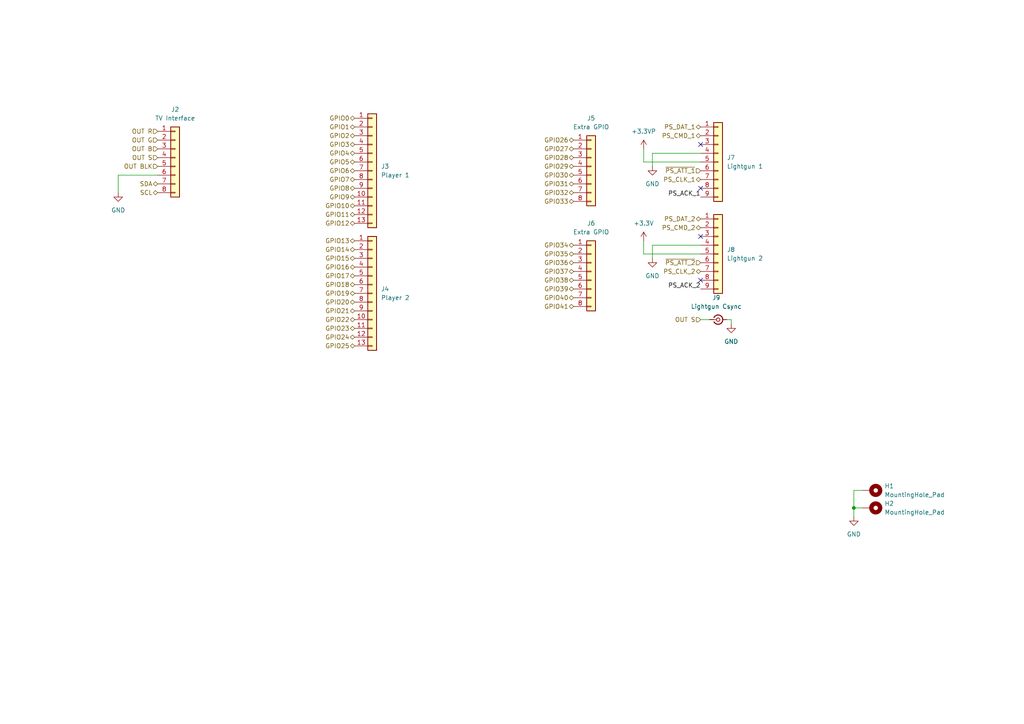
<source format=kicad_sch>
(kicad_sch
	(version 20231120)
	(generator "eeschema")
	(generator_version "8.0")
	(uuid "ddd51423-5d63-4b53-8c15-380412140c42")
	(paper "A4")
	(lib_symbols
		(symbol "Connector:Conn_Coaxial_Small"
			(pin_numbers hide)
			(pin_names
				(offset 1.016) hide)
			(exclude_from_sim no)
			(in_bom yes)
			(on_board yes)
			(property "Reference" "J"
				(at 0.254 3.048 0)
				(effects
					(font
						(size 1.27 1.27)
					)
				)
			)
			(property "Value" "Conn_Coaxial_Small"
				(at 0 -3.81 0)
				(effects
					(font
						(size 1.27 1.27)
					)
				)
			)
			(property "Footprint" ""
				(at 0 0 0)
				(effects
					(font
						(size 1.27 1.27)
					)
					(hide yes)
				)
			)
			(property "Datasheet" " ~"
				(at 0 0 0)
				(effects
					(font
						(size 1.27 1.27)
					)
					(hide yes)
				)
			)
			(property "Description" "small coaxial connector (BNC, SMA, SMB, SMC, Cinch/RCA, LEMO, ...)"
				(at 0 0 0)
				(effects
					(font
						(size 1.27 1.27)
					)
					(hide yes)
				)
			)
			(property "ki_keywords" "BNC SMA SMB SMC LEMO coaxial connector CINCH RCA MCX MMCX U.FL UMRF"
				(at 0 0 0)
				(effects
					(font
						(size 1.27 1.27)
					)
					(hide yes)
				)
			)
			(property "ki_fp_filters" "*BNC* *SMA* *SMB* *SMC* *Cinch* *LEMO* *UMRF* *MCX* *U.FL*"
				(at 0 0 0)
				(effects
					(font
						(size 1.27 1.27)
					)
					(hide yes)
				)
			)
			(symbol "Conn_Coaxial_Small_0_1"
				(polyline
					(pts
						(xy -2.54 0) (xy -0.508 0)
					)
					(stroke
						(width 0)
						(type default)
					)
					(fill
						(type none)
					)
				)
				(circle
					(center 0 0)
					(radius 0.508)
					(stroke
						(width 0.2032)
						(type default)
					)
					(fill
						(type none)
					)
				)
			)
			(symbol "Conn_Coaxial_Small_1_1"
				(arc
					(start -1.1916 -0.6311)
					(mid 0.327 -1.3081)
					(end 1.3484 0.0039)
					(stroke
						(width 0.3048)
						(type default)
					)
					(fill
						(type none)
					)
				)
				(arc
					(start 1.3484 -0.0039)
					(mid 0.327 1.3081)
					(end -1.1916 0.6311)
					(stroke
						(width 0.3048)
						(type default)
					)
					(fill
						(type none)
					)
				)
				(pin passive line
					(at -2.54 0 0)
					(length 1.27)
					(name "In"
						(effects
							(font
								(size 1.27 1.27)
							)
						)
					)
					(number "1"
						(effects
							(font
								(size 1.27 1.27)
							)
						)
					)
				)
				(pin passive line
					(at 2.54 0 180)
					(length 1.27)
					(name "Ext"
						(effects
							(font
								(size 1.27 1.27)
							)
						)
					)
					(number "2"
						(effects
							(font
								(size 1.27 1.27)
							)
						)
					)
				)
			)
		)
		(symbol "Connector_Generic:Conn_01x08"
			(pin_names
				(offset 1.016) hide)
			(exclude_from_sim no)
			(in_bom yes)
			(on_board yes)
			(property "Reference" "J"
				(at 0 10.16 0)
				(effects
					(font
						(size 1.27 1.27)
					)
				)
			)
			(property "Value" "Conn_01x08"
				(at 0 -12.7 0)
				(effects
					(font
						(size 1.27 1.27)
					)
				)
			)
			(property "Footprint" ""
				(at 0 0 0)
				(effects
					(font
						(size 1.27 1.27)
					)
					(hide yes)
				)
			)
			(property "Datasheet" "~"
				(at 0 0 0)
				(effects
					(font
						(size 1.27 1.27)
					)
					(hide yes)
				)
			)
			(property "Description" "Generic connector, single row, 01x08, script generated (kicad-library-utils/schlib/autogen/connector/)"
				(at 0 0 0)
				(effects
					(font
						(size 1.27 1.27)
					)
					(hide yes)
				)
			)
			(property "ki_keywords" "connector"
				(at 0 0 0)
				(effects
					(font
						(size 1.27 1.27)
					)
					(hide yes)
				)
			)
			(property "ki_fp_filters" "Connector*:*_1x??_*"
				(at 0 0 0)
				(effects
					(font
						(size 1.27 1.27)
					)
					(hide yes)
				)
			)
			(symbol "Conn_01x08_1_1"
				(rectangle
					(start -1.27 -10.033)
					(end 0 -10.287)
					(stroke
						(width 0.1524)
						(type default)
					)
					(fill
						(type none)
					)
				)
				(rectangle
					(start -1.27 -7.493)
					(end 0 -7.747)
					(stroke
						(width 0.1524)
						(type default)
					)
					(fill
						(type none)
					)
				)
				(rectangle
					(start -1.27 -4.953)
					(end 0 -5.207)
					(stroke
						(width 0.1524)
						(type default)
					)
					(fill
						(type none)
					)
				)
				(rectangle
					(start -1.27 -2.413)
					(end 0 -2.667)
					(stroke
						(width 0.1524)
						(type default)
					)
					(fill
						(type none)
					)
				)
				(rectangle
					(start -1.27 0.127)
					(end 0 -0.127)
					(stroke
						(width 0.1524)
						(type default)
					)
					(fill
						(type none)
					)
				)
				(rectangle
					(start -1.27 2.667)
					(end 0 2.413)
					(stroke
						(width 0.1524)
						(type default)
					)
					(fill
						(type none)
					)
				)
				(rectangle
					(start -1.27 5.207)
					(end 0 4.953)
					(stroke
						(width 0.1524)
						(type default)
					)
					(fill
						(type none)
					)
				)
				(rectangle
					(start -1.27 7.747)
					(end 0 7.493)
					(stroke
						(width 0.1524)
						(type default)
					)
					(fill
						(type none)
					)
				)
				(rectangle
					(start -1.27 8.89)
					(end 1.27 -11.43)
					(stroke
						(width 0.254)
						(type default)
					)
					(fill
						(type background)
					)
				)
				(pin passive line
					(at -5.08 7.62 0)
					(length 3.81)
					(name "Pin_1"
						(effects
							(font
								(size 1.27 1.27)
							)
						)
					)
					(number "1"
						(effects
							(font
								(size 1.27 1.27)
							)
						)
					)
				)
				(pin passive line
					(at -5.08 5.08 0)
					(length 3.81)
					(name "Pin_2"
						(effects
							(font
								(size 1.27 1.27)
							)
						)
					)
					(number "2"
						(effects
							(font
								(size 1.27 1.27)
							)
						)
					)
				)
				(pin passive line
					(at -5.08 2.54 0)
					(length 3.81)
					(name "Pin_3"
						(effects
							(font
								(size 1.27 1.27)
							)
						)
					)
					(number "3"
						(effects
							(font
								(size 1.27 1.27)
							)
						)
					)
				)
				(pin passive line
					(at -5.08 0 0)
					(length 3.81)
					(name "Pin_4"
						(effects
							(font
								(size 1.27 1.27)
							)
						)
					)
					(number "4"
						(effects
							(font
								(size 1.27 1.27)
							)
						)
					)
				)
				(pin passive line
					(at -5.08 -2.54 0)
					(length 3.81)
					(name "Pin_5"
						(effects
							(font
								(size 1.27 1.27)
							)
						)
					)
					(number "5"
						(effects
							(font
								(size 1.27 1.27)
							)
						)
					)
				)
				(pin passive line
					(at -5.08 -5.08 0)
					(length 3.81)
					(name "Pin_6"
						(effects
							(font
								(size 1.27 1.27)
							)
						)
					)
					(number "6"
						(effects
							(font
								(size 1.27 1.27)
							)
						)
					)
				)
				(pin passive line
					(at -5.08 -7.62 0)
					(length 3.81)
					(name "Pin_7"
						(effects
							(font
								(size 1.27 1.27)
							)
						)
					)
					(number "7"
						(effects
							(font
								(size 1.27 1.27)
							)
						)
					)
				)
				(pin passive line
					(at -5.08 -10.16 0)
					(length 3.81)
					(name "Pin_8"
						(effects
							(font
								(size 1.27 1.27)
							)
						)
					)
					(number "8"
						(effects
							(font
								(size 1.27 1.27)
							)
						)
					)
				)
			)
		)
		(symbol "Connector_Generic:Conn_01x09"
			(pin_names
				(offset 1.016) hide)
			(exclude_from_sim no)
			(in_bom yes)
			(on_board yes)
			(property "Reference" "J"
				(at 0 12.7 0)
				(effects
					(font
						(size 1.27 1.27)
					)
				)
			)
			(property "Value" "Conn_01x09"
				(at 0 -12.7 0)
				(effects
					(font
						(size 1.27 1.27)
					)
				)
			)
			(property "Footprint" ""
				(at 0 0 0)
				(effects
					(font
						(size 1.27 1.27)
					)
					(hide yes)
				)
			)
			(property "Datasheet" "~"
				(at 0 0 0)
				(effects
					(font
						(size 1.27 1.27)
					)
					(hide yes)
				)
			)
			(property "Description" "Generic connector, single row, 01x09, script generated (kicad-library-utils/schlib/autogen/connector/)"
				(at 0 0 0)
				(effects
					(font
						(size 1.27 1.27)
					)
					(hide yes)
				)
			)
			(property "ki_keywords" "connector"
				(at 0 0 0)
				(effects
					(font
						(size 1.27 1.27)
					)
					(hide yes)
				)
			)
			(property "ki_fp_filters" "Connector*:*_1x??_*"
				(at 0 0 0)
				(effects
					(font
						(size 1.27 1.27)
					)
					(hide yes)
				)
			)
			(symbol "Conn_01x09_1_1"
				(rectangle
					(start -1.27 -10.033)
					(end 0 -10.287)
					(stroke
						(width 0.1524)
						(type default)
					)
					(fill
						(type none)
					)
				)
				(rectangle
					(start -1.27 -7.493)
					(end 0 -7.747)
					(stroke
						(width 0.1524)
						(type default)
					)
					(fill
						(type none)
					)
				)
				(rectangle
					(start -1.27 -4.953)
					(end 0 -5.207)
					(stroke
						(width 0.1524)
						(type default)
					)
					(fill
						(type none)
					)
				)
				(rectangle
					(start -1.27 -2.413)
					(end 0 -2.667)
					(stroke
						(width 0.1524)
						(type default)
					)
					(fill
						(type none)
					)
				)
				(rectangle
					(start -1.27 0.127)
					(end 0 -0.127)
					(stroke
						(width 0.1524)
						(type default)
					)
					(fill
						(type none)
					)
				)
				(rectangle
					(start -1.27 2.667)
					(end 0 2.413)
					(stroke
						(width 0.1524)
						(type default)
					)
					(fill
						(type none)
					)
				)
				(rectangle
					(start -1.27 5.207)
					(end 0 4.953)
					(stroke
						(width 0.1524)
						(type default)
					)
					(fill
						(type none)
					)
				)
				(rectangle
					(start -1.27 7.747)
					(end 0 7.493)
					(stroke
						(width 0.1524)
						(type default)
					)
					(fill
						(type none)
					)
				)
				(rectangle
					(start -1.27 10.287)
					(end 0 10.033)
					(stroke
						(width 0.1524)
						(type default)
					)
					(fill
						(type none)
					)
				)
				(rectangle
					(start -1.27 11.43)
					(end 1.27 -11.43)
					(stroke
						(width 0.254)
						(type default)
					)
					(fill
						(type background)
					)
				)
				(pin passive line
					(at -5.08 10.16 0)
					(length 3.81)
					(name "Pin_1"
						(effects
							(font
								(size 1.27 1.27)
							)
						)
					)
					(number "1"
						(effects
							(font
								(size 1.27 1.27)
							)
						)
					)
				)
				(pin passive line
					(at -5.08 7.62 0)
					(length 3.81)
					(name "Pin_2"
						(effects
							(font
								(size 1.27 1.27)
							)
						)
					)
					(number "2"
						(effects
							(font
								(size 1.27 1.27)
							)
						)
					)
				)
				(pin passive line
					(at -5.08 5.08 0)
					(length 3.81)
					(name "Pin_3"
						(effects
							(font
								(size 1.27 1.27)
							)
						)
					)
					(number "3"
						(effects
							(font
								(size 1.27 1.27)
							)
						)
					)
				)
				(pin passive line
					(at -5.08 2.54 0)
					(length 3.81)
					(name "Pin_4"
						(effects
							(font
								(size 1.27 1.27)
							)
						)
					)
					(number "4"
						(effects
							(font
								(size 1.27 1.27)
							)
						)
					)
				)
				(pin passive line
					(at -5.08 0 0)
					(length 3.81)
					(name "Pin_5"
						(effects
							(font
								(size 1.27 1.27)
							)
						)
					)
					(number "5"
						(effects
							(font
								(size 1.27 1.27)
							)
						)
					)
				)
				(pin passive line
					(at -5.08 -2.54 0)
					(length 3.81)
					(name "Pin_6"
						(effects
							(font
								(size 1.27 1.27)
							)
						)
					)
					(number "6"
						(effects
							(font
								(size 1.27 1.27)
							)
						)
					)
				)
				(pin passive line
					(at -5.08 -5.08 0)
					(length 3.81)
					(name "Pin_7"
						(effects
							(font
								(size 1.27 1.27)
							)
						)
					)
					(number "7"
						(effects
							(font
								(size 1.27 1.27)
							)
						)
					)
				)
				(pin passive line
					(at -5.08 -7.62 0)
					(length 3.81)
					(name "Pin_8"
						(effects
							(font
								(size 1.27 1.27)
							)
						)
					)
					(number "8"
						(effects
							(font
								(size 1.27 1.27)
							)
						)
					)
				)
				(pin passive line
					(at -5.08 -10.16 0)
					(length 3.81)
					(name "Pin_9"
						(effects
							(font
								(size 1.27 1.27)
							)
						)
					)
					(number "9"
						(effects
							(font
								(size 1.27 1.27)
							)
						)
					)
				)
			)
		)
		(symbol "Connector_Generic:Conn_01x13"
			(pin_names
				(offset 1.016) hide)
			(exclude_from_sim no)
			(in_bom yes)
			(on_board yes)
			(property "Reference" "J"
				(at 0 17.78 0)
				(effects
					(font
						(size 1.27 1.27)
					)
				)
			)
			(property "Value" "Conn_01x13"
				(at 0 -17.78 0)
				(effects
					(font
						(size 1.27 1.27)
					)
				)
			)
			(property "Footprint" ""
				(at 0 0 0)
				(effects
					(font
						(size 1.27 1.27)
					)
					(hide yes)
				)
			)
			(property "Datasheet" "~"
				(at 0 0 0)
				(effects
					(font
						(size 1.27 1.27)
					)
					(hide yes)
				)
			)
			(property "Description" "Generic connector, single row, 01x13, script generated (kicad-library-utils/schlib/autogen/connector/)"
				(at 0 0 0)
				(effects
					(font
						(size 1.27 1.27)
					)
					(hide yes)
				)
			)
			(property "ki_keywords" "connector"
				(at 0 0 0)
				(effects
					(font
						(size 1.27 1.27)
					)
					(hide yes)
				)
			)
			(property "ki_fp_filters" "Connector*:*_1x??_*"
				(at 0 0 0)
				(effects
					(font
						(size 1.27 1.27)
					)
					(hide yes)
				)
			)
			(symbol "Conn_01x13_1_1"
				(rectangle
					(start -1.27 -15.113)
					(end 0 -15.367)
					(stroke
						(width 0.1524)
						(type default)
					)
					(fill
						(type none)
					)
				)
				(rectangle
					(start -1.27 -12.573)
					(end 0 -12.827)
					(stroke
						(width 0.1524)
						(type default)
					)
					(fill
						(type none)
					)
				)
				(rectangle
					(start -1.27 -10.033)
					(end 0 -10.287)
					(stroke
						(width 0.1524)
						(type default)
					)
					(fill
						(type none)
					)
				)
				(rectangle
					(start -1.27 -7.493)
					(end 0 -7.747)
					(stroke
						(width 0.1524)
						(type default)
					)
					(fill
						(type none)
					)
				)
				(rectangle
					(start -1.27 -4.953)
					(end 0 -5.207)
					(stroke
						(width 0.1524)
						(type default)
					)
					(fill
						(type none)
					)
				)
				(rectangle
					(start -1.27 -2.413)
					(end 0 -2.667)
					(stroke
						(width 0.1524)
						(type default)
					)
					(fill
						(type none)
					)
				)
				(rectangle
					(start -1.27 0.127)
					(end 0 -0.127)
					(stroke
						(width 0.1524)
						(type default)
					)
					(fill
						(type none)
					)
				)
				(rectangle
					(start -1.27 2.667)
					(end 0 2.413)
					(stroke
						(width 0.1524)
						(type default)
					)
					(fill
						(type none)
					)
				)
				(rectangle
					(start -1.27 5.207)
					(end 0 4.953)
					(stroke
						(width 0.1524)
						(type default)
					)
					(fill
						(type none)
					)
				)
				(rectangle
					(start -1.27 7.747)
					(end 0 7.493)
					(stroke
						(width 0.1524)
						(type default)
					)
					(fill
						(type none)
					)
				)
				(rectangle
					(start -1.27 10.287)
					(end 0 10.033)
					(stroke
						(width 0.1524)
						(type default)
					)
					(fill
						(type none)
					)
				)
				(rectangle
					(start -1.27 12.827)
					(end 0 12.573)
					(stroke
						(width 0.1524)
						(type default)
					)
					(fill
						(type none)
					)
				)
				(rectangle
					(start -1.27 15.367)
					(end 0 15.113)
					(stroke
						(width 0.1524)
						(type default)
					)
					(fill
						(type none)
					)
				)
				(rectangle
					(start -1.27 16.51)
					(end 1.27 -16.51)
					(stroke
						(width 0.254)
						(type default)
					)
					(fill
						(type background)
					)
				)
				(pin passive line
					(at -5.08 15.24 0)
					(length 3.81)
					(name "Pin_1"
						(effects
							(font
								(size 1.27 1.27)
							)
						)
					)
					(number "1"
						(effects
							(font
								(size 1.27 1.27)
							)
						)
					)
				)
				(pin passive line
					(at -5.08 -7.62 0)
					(length 3.81)
					(name "Pin_10"
						(effects
							(font
								(size 1.27 1.27)
							)
						)
					)
					(number "10"
						(effects
							(font
								(size 1.27 1.27)
							)
						)
					)
				)
				(pin passive line
					(at -5.08 -10.16 0)
					(length 3.81)
					(name "Pin_11"
						(effects
							(font
								(size 1.27 1.27)
							)
						)
					)
					(number "11"
						(effects
							(font
								(size 1.27 1.27)
							)
						)
					)
				)
				(pin passive line
					(at -5.08 -12.7 0)
					(length 3.81)
					(name "Pin_12"
						(effects
							(font
								(size 1.27 1.27)
							)
						)
					)
					(number "12"
						(effects
							(font
								(size 1.27 1.27)
							)
						)
					)
				)
				(pin passive line
					(at -5.08 -15.24 0)
					(length 3.81)
					(name "Pin_13"
						(effects
							(font
								(size 1.27 1.27)
							)
						)
					)
					(number "13"
						(effects
							(font
								(size 1.27 1.27)
							)
						)
					)
				)
				(pin passive line
					(at -5.08 12.7 0)
					(length 3.81)
					(name "Pin_2"
						(effects
							(font
								(size 1.27 1.27)
							)
						)
					)
					(number "2"
						(effects
							(font
								(size 1.27 1.27)
							)
						)
					)
				)
				(pin passive line
					(at -5.08 10.16 0)
					(length 3.81)
					(name "Pin_3"
						(effects
							(font
								(size 1.27 1.27)
							)
						)
					)
					(number "3"
						(effects
							(font
								(size 1.27 1.27)
							)
						)
					)
				)
				(pin passive line
					(at -5.08 7.62 0)
					(length 3.81)
					(name "Pin_4"
						(effects
							(font
								(size 1.27 1.27)
							)
						)
					)
					(number "4"
						(effects
							(font
								(size 1.27 1.27)
							)
						)
					)
				)
				(pin passive line
					(at -5.08 5.08 0)
					(length 3.81)
					(name "Pin_5"
						(effects
							(font
								(size 1.27 1.27)
							)
						)
					)
					(number "5"
						(effects
							(font
								(size 1.27 1.27)
							)
						)
					)
				)
				(pin passive line
					(at -5.08 2.54 0)
					(length 3.81)
					(name "Pin_6"
						(effects
							(font
								(size 1.27 1.27)
							)
						)
					)
					(number "6"
						(effects
							(font
								(size 1.27 1.27)
							)
						)
					)
				)
				(pin passive line
					(at -5.08 0 0)
					(length 3.81)
					(name "Pin_7"
						(effects
							(font
								(size 1.27 1.27)
							)
						)
					)
					(number "7"
						(effects
							(font
								(size 1.27 1.27)
							)
						)
					)
				)
				(pin passive line
					(at -5.08 -2.54 0)
					(length 3.81)
					(name "Pin_8"
						(effects
							(font
								(size 1.27 1.27)
							)
						)
					)
					(number "8"
						(effects
							(font
								(size 1.27 1.27)
							)
						)
					)
				)
				(pin passive line
					(at -5.08 -5.08 0)
					(length 3.81)
					(name "Pin_9"
						(effects
							(font
								(size 1.27 1.27)
							)
						)
					)
					(number "9"
						(effects
							(font
								(size 1.27 1.27)
							)
						)
					)
				)
			)
		)
		(symbol "Mechanical:MountingHole_Pad"
			(pin_numbers hide)
			(pin_names
				(offset 1.016) hide)
			(exclude_from_sim yes)
			(in_bom no)
			(on_board yes)
			(property "Reference" "H"
				(at 0 6.35 0)
				(effects
					(font
						(size 1.27 1.27)
					)
				)
			)
			(property "Value" "MountingHole_Pad"
				(at 0 4.445 0)
				(effects
					(font
						(size 1.27 1.27)
					)
				)
			)
			(property "Footprint" ""
				(at 0 0 0)
				(effects
					(font
						(size 1.27 1.27)
					)
					(hide yes)
				)
			)
			(property "Datasheet" "~"
				(at 0 0 0)
				(effects
					(font
						(size 1.27 1.27)
					)
					(hide yes)
				)
			)
			(property "Description" "Mounting Hole with connection"
				(at 0 0 0)
				(effects
					(font
						(size 1.27 1.27)
					)
					(hide yes)
				)
			)
			(property "ki_keywords" "mounting hole"
				(at 0 0 0)
				(effects
					(font
						(size 1.27 1.27)
					)
					(hide yes)
				)
			)
			(property "ki_fp_filters" "MountingHole*Pad*"
				(at 0 0 0)
				(effects
					(font
						(size 1.27 1.27)
					)
					(hide yes)
				)
			)
			(symbol "MountingHole_Pad_0_1"
				(circle
					(center 0 1.27)
					(radius 1.27)
					(stroke
						(width 1.27)
						(type default)
					)
					(fill
						(type none)
					)
				)
			)
			(symbol "MountingHole_Pad_1_1"
				(pin input line
					(at 0 -2.54 90)
					(length 2.54)
					(name "1"
						(effects
							(font
								(size 1.27 1.27)
							)
						)
					)
					(number "1"
						(effects
							(font
								(size 1.27 1.27)
							)
						)
					)
				)
			)
		)
		(symbol "power:+3.3V"
			(power)
			(pin_numbers hide)
			(pin_names
				(offset 0) hide)
			(exclude_from_sim no)
			(in_bom yes)
			(on_board yes)
			(property "Reference" "#PWR"
				(at 0 -3.81 0)
				(effects
					(font
						(size 1.27 1.27)
					)
					(hide yes)
				)
			)
			(property "Value" "+3.3V"
				(at 0 3.556 0)
				(effects
					(font
						(size 1.27 1.27)
					)
				)
			)
			(property "Footprint" ""
				(at 0 0 0)
				(effects
					(font
						(size 1.27 1.27)
					)
					(hide yes)
				)
			)
			(property "Datasheet" ""
				(at 0 0 0)
				(effects
					(font
						(size 1.27 1.27)
					)
					(hide yes)
				)
			)
			(property "Description" "Power symbol creates a global label with name \"+3.3V\""
				(at 0 0 0)
				(effects
					(font
						(size 1.27 1.27)
					)
					(hide yes)
				)
			)
			(property "ki_keywords" "global power"
				(at 0 0 0)
				(effects
					(font
						(size 1.27 1.27)
					)
					(hide yes)
				)
			)
			(symbol "+3.3V_0_1"
				(polyline
					(pts
						(xy -0.762 1.27) (xy 0 2.54)
					)
					(stroke
						(width 0)
						(type default)
					)
					(fill
						(type none)
					)
				)
				(polyline
					(pts
						(xy 0 0) (xy 0 2.54)
					)
					(stroke
						(width 0)
						(type default)
					)
					(fill
						(type none)
					)
				)
				(polyline
					(pts
						(xy 0 2.54) (xy 0.762 1.27)
					)
					(stroke
						(width 0)
						(type default)
					)
					(fill
						(type none)
					)
				)
			)
			(symbol "+3.3V_1_1"
				(pin power_in line
					(at 0 0 90)
					(length 0)
					(name "~"
						(effects
							(font
								(size 1.27 1.27)
							)
						)
					)
					(number "1"
						(effects
							(font
								(size 1.27 1.27)
							)
						)
					)
				)
			)
		)
		(symbol "power:+3.3VP"
			(power)
			(pin_numbers hide)
			(pin_names
				(offset 0) hide)
			(exclude_from_sim no)
			(in_bom yes)
			(on_board yes)
			(property "Reference" "#PWR"
				(at 3.81 -1.27 0)
				(effects
					(font
						(size 1.27 1.27)
					)
					(hide yes)
				)
			)
			(property "Value" "+3.3VP"
				(at 0 3.556 0)
				(effects
					(font
						(size 1.27 1.27)
					)
				)
			)
			(property "Footprint" ""
				(at 0 0 0)
				(effects
					(font
						(size 1.27 1.27)
					)
					(hide yes)
				)
			)
			(property "Datasheet" ""
				(at 0 0 0)
				(effects
					(font
						(size 1.27 1.27)
					)
					(hide yes)
				)
			)
			(property "Description" "Power symbol creates a global label with name \"+3.3VP\""
				(at 0 0 0)
				(effects
					(font
						(size 1.27 1.27)
					)
					(hide yes)
				)
			)
			(property "ki_keywords" "global power"
				(at 0 0 0)
				(effects
					(font
						(size 1.27 1.27)
					)
					(hide yes)
				)
			)
			(symbol "+3.3VP_0_0"
				(pin power_in line
					(at 0 0 90)
					(length 0)
					(name "~"
						(effects
							(font
								(size 1.27 1.27)
							)
						)
					)
					(number "1"
						(effects
							(font
								(size 1.27 1.27)
							)
						)
					)
				)
			)
			(symbol "+3.3VP_0_1"
				(polyline
					(pts
						(xy -0.762 1.27) (xy 0 2.54)
					)
					(stroke
						(width 0)
						(type default)
					)
					(fill
						(type none)
					)
				)
				(polyline
					(pts
						(xy 0 0) (xy 0 2.54)
					)
					(stroke
						(width 0)
						(type default)
					)
					(fill
						(type none)
					)
				)
				(polyline
					(pts
						(xy 0 2.54) (xy 0.762 1.27)
					)
					(stroke
						(width 0)
						(type default)
					)
					(fill
						(type none)
					)
				)
			)
		)
		(symbol "power:GND"
			(power)
			(pin_numbers hide)
			(pin_names
				(offset 0) hide)
			(exclude_from_sim no)
			(in_bom yes)
			(on_board yes)
			(property "Reference" "#PWR"
				(at 0 -6.35 0)
				(effects
					(font
						(size 1.27 1.27)
					)
					(hide yes)
				)
			)
			(property "Value" "GND"
				(at 0 -3.81 0)
				(effects
					(font
						(size 1.27 1.27)
					)
				)
			)
			(property "Footprint" ""
				(at 0 0 0)
				(effects
					(font
						(size 1.27 1.27)
					)
					(hide yes)
				)
			)
			(property "Datasheet" ""
				(at 0 0 0)
				(effects
					(font
						(size 1.27 1.27)
					)
					(hide yes)
				)
			)
			(property "Description" "Power symbol creates a global label with name \"GND\" , ground"
				(at 0 0 0)
				(effects
					(font
						(size 1.27 1.27)
					)
					(hide yes)
				)
			)
			(property "ki_keywords" "global power"
				(at 0 0 0)
				(effects
					(font
						(size 1.27 1.27)
					)
					(hide yes)
				)
			)
			(symbol "GND_0_1"
				(polyline
					(pts
						(xy 0 0) (xy 0 -1.27) (xy 1.27 -1.27) (xy 0 -2.54) (xy -1.27 -1.27) (xy 0 -1.27)
					)
					(stroke
						(width 0)
						(type default)
					)
					(fill
						(type none)
					)
				)
			)
			(symbol "GND_1_1"
				(pin power_in line
					(at 0 0 270)
					(length 0)
					(name "~"
						(effects
							(font
								(size 1.27 1.27)
							)
						)
					)
					(number "1"
						(effects
							(font
								(size 1.27 1.27)
							)
						)
					)
				)
			)
		)
	)
	(junction
		(at 247.65 147.32)
		(diameter 0)
		(color 0 0 0 0)
		(uuid "454af1cc-fd87-4ac4-ae41-94abd266f51a")
	)
	(no_connect
		(at 203.2 81.28)
		(uuid "17fcde1f-ed22-4a00-9628-b7db8f3c4098")
	)
	(no_connect
		(at 203.2 54.61)
		(uuid "8c062093-9ff5-4064-bceb-f1670a7c88a0")
	)
	(no_connect
		(at 203.2 68.58)
		(uuid "b8263a13-428d-4dff-b30d-a98b4bfc4f7f")
	)
	(no_connect
		(at 203.2 41.91)
		(uuid "f0f74e44-d9ba-43c5-848c-4abb571afe4d")
	)
	(wire
		(pts
			(xy 203.2 73.66) (xy 186.69 73.66)
		)
		(stroke
			(width 0)
			(type default)
		)
		(uuid "0527d00c-7ca8-482b-a8cc-8a032a695e97")
	)
	(wire
		(pts
			(xy 186.69 73.66) (xy 186.69 69.85)
		)
		(stroke
			(width 0)
			(type default)
		)
		(uuid "14d5ade9-e4bb-49ea-a11d-d420f147c2c3")
	)
	(wire
		(pts
			(xy 247.65 149.86) (xy 247.65 147.32)
		)
		(stroke
			(width 0)
			(type default)
		)
		(uuid "3cdedbed-cdc8-4c2c-af4f-982a2cefd244")
	)
	(wire
		(pts
			(xy 212.09 92.71) (xy 212.09 93.98)
		)
		(stroke
			(width 0)
			(type default)
		)
		(uuid "52452693-0d16-4ba4-8fba-c9c15606b279")
	)
	(wire
		(pts
			(xy 247.65 147.32) (xy 247.65 142.24)
		)
		(stroke
			(width 0)
			(type default)
		)
		(uuid "5df13f82-4ef5-4b2d-aae9-9ea8f1e88aa9")
	)
	(wire
		(pts
			(xy 34.29 50.8) (xy 45.72 50.8)
		)
		(stroke
			(width 0)
			(type default)
		)
		(uuid "77e65bdd-aa87-498d-8565-cc98d63f79aa")
	)
	(wire
		(pts
			(xy 203.2 44.45) (xy 189.23 44.45)
		)
		(stroke
			(width 0)
			(type default)
		)
		(uuid "7c8e5d06-74f0-419d-b39c-7ea6acbc9fee")
	)
	(wire
		(pts
			(xy 247.65 147.32) (xy 250.19 147.32)
		)
		(stroke
			(width 0)
			(type default)
		)
		(uuid "82481145-d3f1-4e46-81ac-62f5d1002ebc")
	)
	(wire
		(pts
			(xy 34.29 55.88) (xy 34.29 50.8)
		)
		(stroke
			(width 0)
			(type default)
		)
		(uuid "9bc52f62-a6c3-4a3a-9d06-87e7e1a77bf4")
	)
	(wire
		(pts
			(xy 247.65 142.24) (xy 250.19 142.24)
		)
		(stroke
			(width 0)
			(type default)
		)
		(uuid "bdf09e32-9008-49ba-aac1-cc27d3da793d")
	)
	(wire
		(pts
			(xy 203.2 46.99) (xy 186.69 46.99)
		)
		(stroke
			(width 0)
			(type default)
		)
		(uuid "ca143862-6042-4683-a2de-2538eca17f34")
	)
	(wire
		(pts
			(xy 203.2 71.12) (xy 189.23 71.12)
		)
		(stroke
			(width 0)
			(type default)
		)
		(uuid "cece0716-a4e6-4cb7-9210-ea7120aee7e2")
	)
	(wire
		(pts
			(xy 186.69 46.99) (xy 186.69 43.18)
		)
		(stroke
			(width 0)
			(type default)
		)
		(uuid "e5146f47-a97a-431a-8870-d0bd2e1cfe33")
	)
	(wire
		(pts
			(xy 189.23 71.12) (xy 189.23 74.93)
		)
		(stroke
			(width 0)
			(type default)
		)
		(uuid "e65b27bd-4e72-40c3-ba98-f23c243b5bd2")
	)
	(wire
		(pts
			(xy 189.23 44.45) (xy 189.23 48.26)
		)
		(stroke
			(width 0)
			(type default)
		)
		(uuid "e925d932-38f8-44fd-8e12-8ed05e7ef36d")
	)
	(wire
		(pts
			(xy 210.82 92.71) (xy 212.09 92.71)
		)
		(stroke
			(width 0)
			(type default)
		)
		(uuid "f1f3b153-4240-46d2-bcd1-b38ee563f3fd")
	)
	(wire
		(pts
			(xy 203.2 92.71) (xy 205.74 92.71)
		)
		(stroke
			(width 0)
			(type default)
		)
		(uuid "fcf77ee4-26d9-433b-8527-56b7328b4af3")
	)
	(label "PS_ACK_1"
		(at 203.2 57.15 180)
		(fields_autoplaced yes)
		(effects
			(font
				(size 1.27 1.27)
			)
			(justify right bottom)
		)
		(uuid "23f432e5-2bca-4487-acf5-6c4b85cc404e")
	)
	(label "PS_ACK_2"
		(at 203.2 83.82 180)
		(fields_autoplaced yes)
		(effects
			(font
				(size 1.27 1.27)
			)
			(justify right bottom)
		)
		(uuid "7e3f7161-7c30-465a-9844-3dd43f81389f")
	)
	(hierarchical_label "GPIO24"
		(shape bidirectional)
		(at 102.87 97.79 180)
		(fields_autoplaced yes)
		(effects
			(font
				(size 1.27 1.27)
			)
			(justify right)
		)
		(uuid "05bc2f57-2d5f-47ac-b8d1-a1bacbbbe682")
	)
	(hierarchical_label "GPIO8"
		(shape bidirectional)
		(at 102.87 54.61 180)
		(fields_autoplaced yes)
		(effects
			(font
				(size 1.27 1.27)
			)
			(justify right)
		)
		(uuid "0fc6308e-f6f0-43bd-8f97-e6d8e8ea9ee8")
	)
	(hierarchical_label "PS_CLK_2"
		(shape bidirectional)
		(at 203.2 78.74 180)
		(fields_autoplaced yes)
		(effects
			(font
				(size 1.27 1.27)
			)
			(justify right)
		)
		(uuid "0ffecff0-8eae-4da0-8c53-62623198cf90")
	)
	(hierarchical_label "GPIO7"
		(shape bidirectional)
		(at 102.87 52.07 180)
		(fields_autoplaced yes)
		(effects
			(font
				(size 1.27 1.27)
			)
			(justify right)
		)
		(uuid "11c540f3-231a-453d-9d47-e8e4f9f715a7")
	)
	(hierarchical_label "GPIO35"
		(shape bidirectional)
		(at 166.37 73.66 180)
		(fields_autoplaced yes)
		(effects
			(font
				(size 1.27 1.27)
			)
			(justify right)
		)
		(uuid "19aef6ac-2ca9-4835-98de-9d94af125948")
	)
	(hierarchical_label "GPIO34"
		(shape bidirectional)
		(at 166.37 71.12 180)
		(fields_autoplaced yes)
		(effects
			(font
				(size 1.27 1.27)
			)
			(justify right)
		)
		(uuid "1fd489cf-bebe-44b8-a77e-ad95a1d5d034")
	)
	(hierarchical_label "GPIO36"
		(shape bidirectional)
		(at 166.37 76.2 180)
		(fields_autoplaced yes)
		(effects
			(font
				(size 1.27 1.27)
			)
			(justify right)
		)
		(uuid "20f790cb-d1cb-4f93-92e8-467d87824e4d")
	)
	(hierarchical_label "GPIO22"
		(shape bidirectional)
		(at 102.87 92.71 180)
		(fields_autoplaced yes)
		(effects
			(font
				(size 1.27 1.27)
			)
			(justify right)
		)
		(uuid "2351d6b5-b1f5-45b2-8268-4b6f515b11ab")
	)
	(hierarchical_label "GPIO38"
		(shape bidirectional)
		(at 166.37 81.28 180)
		(fields_autoplaced yes)
		(effects
			(font
				(size 1.27 1.27)
			)
			(justify right)
		)
		(uuid "319d84f3-6dc9-4e98-b71b-62dec98d2156")
	)
	(hierarchical_label "SCL"
		(shape bidirectional)
		(at 45.72 55.88 180)
		(fields_autoplaced yes)
		(effects
			(font
				(size 1.27 1.27)
			)
			(justify right)
		)
		(uuid "394a6c19-9452-4de1-a399-534dd7ea3014")
	)
	(hierarchical_label "GPIO11"
		(shape bidirectional)
		(at 102.87 62.23 180)
		(fields_autoplaced yes)
		(effects
			(font
				(size 1.27 1.27)
			)
			(justify right)
		)
		(uuid "3a11629c-8402-4495-9357-ed354f6e6918")
	)
	(hierarchical_label "GPIO30"
		(shape bidirectional)
		(at 166.37 50.8 180)
		(fields_autoplaced yes)
		(effects
			(font
				(size 1.27 1.27)
			)
			(justify right)
		)
		(uuid "43b9a8ca-5c76-4746-919d-0b4ba21756bd")
	)
	(hierarchical_label "GPIO21"
		(shape bidirectional)
		(at 102.87 90.17 180)
		(fields_autoplaced yes)
		(effects
			(font
				(size 1.27 1.27)
			)
			(justify right)
		)
		(uuid "46333d96-d529-47b0-9f4b-109349400db2")
	)
	(hierarchical_label "~{PS_ATT_1}"
		(shape input)
		(at 203.2 49.53 180)
		(fields_autoplaced yes)
		(effects
			(font
				(size 1.27 1.27)
			)
			(justify right)
		)
		(uuid "46d3fc9f-324a-4a66-99ec-beed27d25201")
	)
	(hierarchical_label "OUT S"
		(shape input)
		(at 45.72 45.72 180)
		(fields_autoplaced yes)
		(effects
			(font
				(size 1.27 1.27)
			)
			(justify right)
		)
		(uuid "46eb10e7-bd61-4da8-bd2d-92657def1c23")
	)
	(hierarchical_label "PS_CLK_1"
		(shape bidirectional)
		(at 203.2 52.07 180)
		(fields_autoplaced yes)
		(effects
			(font
				(size 1.27 1.27)
			)
			(justify right)
		)
		(uuid "4717852e-8515-4bb6-ab36-e8dbe77e9b51")
	)
	(hierarchical_label "GPIO6"
		(shape bidirectional)
		(at 102.87 49.53 180)
		(fields_autoplaced yes)
		(effects
			(font
				(size 1.27 1.27)
			)
			(justify right)
		)
		(uuid "4de64d6d-5d95-40f4-99d6-ba25a3585340")
	)
	(hierarchical_label "GPIO1"
		(shape bidirectional)
		(at 102.87 36.83 180)
		(fields_autoplaced yes)
		(effects
			(font
				(size 1.27 1.27)
			)
			(justify right)
		)
		(uuid "55d5c556-d3eb-4ae1-8368-4ed7846ae229")
	)
	(hierarchical_label "GPIO12"
		(shape bidirectional)
		(at 102.87 64.77 180)
		(fields_autoplaced yes)
		(effects
			(font
				(size 1.27 1.27)
			)
			(justify right)
		)
		(uuid "56ca2edd-29aa-4ebd-bb2c-a31e5c00bdf7")
	)
	(hierarchical_label "GPIO23"
		(shape bidirectional)
		(at 102.87 95.25 180)
		(fields_autoplaced yes)
		(effects
			(font
				(size 1.27 1.27)
			)
			(justify right)
		)
		(uuid "5aece410-26d4-4b39-98f2-dc256102f8a4")
	)
	(hierarchical_label "OUT BLK"
		(shape input)
		(at 45.72 48.26 180)
		(fields_autoplaced yes)
		(effects
			(font
				(size 1.27 1.27)
			)
			(justify right)
		)
		(uuid "62e49ec9-b4c5-4438-bd51-f4425413fe69")
	)
	(hierarchical_label "GPIO9"
		(shape bidirectional)
		(at 102.87 57.15 180)
		(fields_autoplaced yes)
		(effects
			(font
				(size 1.27 1.27)
			)
			(justify right)
		)
		(uuid "67ea84cf-9f37-44e9-86ec-07393f3b5f8a")
	)
	(hierarchical_label "GPIO14"
		(shape bidirectional)
		(at 102.87 72.39 180)
		(fields_autoplaced yes)
		(effects
			(font
				(size 1.27 1.27)
			)
			(justify right)
		)
		(uuid "71e0af88-8c91-4daf-bd45-89209a2323d2")
	)
	(hierarchical_label "GPIO10"
		(shape bidirectional)
		(at 102.87 59.69 180)
		(fields_autoplaced yes)
		(effects
			(font
				(size 1.27 1.27)
			)
			(justify right)
		)
		(uuid "7fc2d870-ac8d-45e9-ac1b-91a35825e95d")
	)
	(hierarchical_label "PS_CMD_1"
		(shape bidirectional)
		(at 203.2 39.37 180)
		(fields_autoplaced yes)
		(effects
			(font
				(size 1.27 1.27)
			)
			(justify right)
		)
		(uuid "85a0febb-365f-4d41-a483-a7c4785ce9a7")
	)
	(hierarchical_label "OUT G"
		(shape input)
		(at 45.72 40.64 180)
		(fields_autoplaced yes)
		(effects
			(font
				(size 1.27 1.27)
			)
			(justify right)
		)
		(uuid "8760e04d-e3ff-4b4d-83c2-b02fd2ad1ad4")
	)
	(hierarchical_label "GPIO3"
		(shape bidirectional)
		(at 102.87 41.91 180)
		(fields_autoplaced yes)
		(effects
			(font
				(size 1.27 1.27)
			)
			(justify right)
		)
		(uuid "8a5ae762-6039-49fc-9082-531cab915f76")
	)
	(hierarchical_label "OUT S"
		(shape input)
		(at 203.2 92.71 180)
		(fields_autoplaced yes)
		(effects
			(font
				(size 1.27 1.27)
			)
			(justify right)
		)
		(uuid "937189fb-38d3-4bf5-9112-da1770e84c65")
	)
	(hierarchical_label "~{PS_ATT_2}"
		(shape input)
		(at 203.2 76.2 180)
		(fields_autoplaced yes)
		(effects
			(font
				(size 1.27 1.27)
			)
			(justify right)
		)
		(uuid "94c37b9b-f92b-47bb-b8e9-0a73acf11214")
	)
	(hierarchical_label "GPIO15"
		(shape bidirectional)
		(at 102.87 74.93 180)
		(fields_autoplaced yes)
		(effects
			(font
				(size 1.27 1.27)
			)
			(justify right)
		)
		(uuid "9b6edcf7-27b9-4b88-a9eb-f05a76379304")
	)
	(hierarchical_label "GPIO17"
		(shape bidirectional)
		(at 102.87 80.01 180)
		(fields_autoplaced yes)
		(effects
			(font
				(size 1.27 1.27)
			)
			(justify right)
		)
		(uuid "a04a3223-b09a-4f93-91c8-6b49b3055cb1")
	)
	(hierarchical_label "PS_CMD_2"
		(shape bidirectional)
		(at 203.2 66.04 180)
		(fields_autoplaced yes)
		(effects
			(font
				(size 1.27 1.27)
			)
			(justify right)
		)
		(uuid "a2a7af02-5ebf-4244-95ec-646f001bb23e")
	)
	(hierarchical_label "GPIO18"
		(shape bidirectional)
		(at 102.87 82.55 180)
		(fields_autoplaced yes)
		(effects
			(font
				(size 1.27 1.27)
			)
			(justify right)
		)
		(uuid "a3335c1b-d43f-42da-b3ad-a18b488faeb8")
	)
	(hierarchical_label "GPIO32"
		(shape bidirectional)
		(at 166.37 55.88 180)
		(fields_autoplaced yes)
		(effects
			(font
				(size 1.27 1.27)
			)
			(justify right)
		)
		(uuid "a371cdc5-68ca-4a2a-a468-7d5c6e5ae6f4")
	)
	(hierarchical_label "GPIO40"
		(shape bidirectional)
		(at 166.37 86.36 180)
		(fields_autoplaced yes)
		(effects
			(font
				(size 1.27 1.27)
			)
			(justify right)
		)
		(uuid "a717bd88-eb1e-454f-8514-d941275a5a29")
	)
	(hierarchical_label "GPIO33"
		(shape bidirectional)
		(at 166.37 58.42 180)
		(fields_autoplaced yes)
		(effects
			(font
				(size 1.27 1.27)
			)
			(justify right)
		)
		(uuid "aa0d0b18-eeb9-4dbb-b766-b87cf5841e1a")
	)
	(hierarchical_label "GPIO27"
		(shape bidirectional)
		(at 166.37 43.18 180)
		(fields_autoplaced yes)
		(effects
			(font
				(size 1.27 1.27)
			)
			(justify right)
		)
		(uuid "ace01e7a-98a3-4d72-b2b7-893a596e546d")
	)
	(hierarchical_label "OUT R"
		(shape input)
		(at 45.72 38.1 180)
		(fields_autoplaced yes)
		(effects
			(font
				(size 1.27 1.27)
			)
			(justify right)
		)
		(uuid "adba6bfa-8909-483a-a5cf-34af07edd86c")
	)
	(hierarchical_label "GPIO31"
		(shape bidirectional)
		(at 166.37 53.34 180)
		(fields_autoplaced yes)
		(effects
			(font
				(size 1.27 1.27)
			)
			(justify right)
		)
		(uuid "aec6e029-9700-4f0f-b3f8-f48b5a332c1f")
	)
	(hierarchical_label "GPIO0"
		(shape bidirectional)
		(at 102.87 34.29 180)
		(fields_autoplaced yes)
		(effects
			(font
				(size 1.27 1.27)
			)
			(justify right)
		)
		(uuid "b168386a-116e-43c2-99ed-f4cf2c1789a7")
	)
	(hierarchical_label "GPIO16"
		(shape bidirectional)
		(at 102.87 77.47 180)
		(fields_autoplaced yes)
		(effects
			(font
				(size 1.27 1.27)
			)
			(justify right)
		)
		(uuid "b24aa703-f57c-46a2-9176-5da10ec6eb33")
	)
	(hierarchical_label "SDA"
		(shape bidirectional)
		(at 45.72 53.34 180)
		(fields_autoplaced yes)
		(effects
			(font
				(size 1.27 1.27)
			)
			(justify right)
		)
		(uuid "b2a81e82-7ac0-4294-a694-6f1b148eccfe")
	)
	(hierarchical_label "OUT B"
		(shape input)
		(at 45.72 43.18 180)
		(fields_autoplaced yes)
		(effects
			(font
				(size 1.27 1.27)
			)
			(justify right)
		)
		(uuid "b4b6a858-8c60-4cb4-82fc-d1f4c02dc62e")
	)
	(hierarchical_label "GPIO37"
		(shape bidirectional)
		(at 166.37 78.74 180)
		(fields_autoplaced yes)
		(effects
			(font
				(size 1.27 1.27)
			)
			(justify right)
		)
		(uuid "be99ec3a-418e-4755-ba33-2953f48f2d76")
	)
	(hierarchical_label "GPIO26"
		(shape bidirectional)
		(at 166.37 40.64 180)
		(fields_autoplaced yes)
		(effects
			(font
				(size 1.27 1.27)
			)
			(justify right)
		)
		(uuid "c021b295-b61b-4e66-bfe9-611c87599e36")
	)
	(hierarchical_label "GPIO4"
		(shape bidirectional)
		(at 102.87 44.45 180)
		(fields_autoplaced yes)
		(effects
			(font
				(size 1.27 1.27)
			)
			(justify right)
		)
		(uuid "c6b1d956-ae37-4376-bf68-769567965a5a")
	)
	(hierarchical_label "GPIO25"
		(shape bidirectional)
		(at 102.87 100.33 180)
		(fields_autoplaced yes)
		(effects
			(font
				(size 1.27 1.27)
			)
			(justify right)
		)
		(uuid "cf6cdca2-9342-4b81-9293-f38c9977ac71")
	)
	(hierarchical_label "GPIO41"
		(shape bidirectional)
		(at 166.37 88.9 180)
		(fields_autoplaced yes)
		(effects
			(font
				(size 1.27 1.27)
			)
			(justify right)
		)
		(uuid "d109cb5c-836b-4933-9a11-175b163bf962")
	)
	(hierarchical_label "GPIO39"
		(shape bidirectional)
		(at 166.37 83.82 180)
		(fields_autoplaced yes)
		(effects
			(font
				(size 1.27 1.27)
			)
			(justify right)
		)
		(uuid "d2db00c3-9936-431c-abb7-ff48bdca1d3b")
	)
	(hierarchical_label "GPIO13"
		(shape bidirectional)
		(at 102.87 69.85 180)
		(fields_autoplaced yes)
		(effects
			(font
				(size 1.27 1.27)
			)
			(justify right)
		)
		(uuid "dfcd589c-400d-4b2e-8311-445d298191b1")
	)
	(hierarchical_label "GPIO19"
		(shape bidirectional)
		(at 102.87 85.09 180)
		(fields_autoplaced yes)
		(effects
			(font
				(size 1.27 1.27)
			)
			(justify right)
		)
		(uuid "e0d4bdd3-e405-4575-ae82-c42bf463e5ad")
	)
	(hierarchical_label "PS_DAT_2"
		(shape bidirectional)
		(at 203.2 63.5 180)
		(fields_autoplaced yes)
		(effects
			(font
				(size 1.27 1.27)
			)
			(justify right)
		)
		(uuid "e83e875e-7983-4d27-8e69-dd26ea2a23c3")
	)
	(hierarchical_label "GPIO29"
		(shape bidirectional)
		(at 166.37 48.26 180)
		(fields_autoplaced yes)
		(effects
			(font
				(size 1.27 1.27)
			)
			(justify right)
		)
		(uuid "ee4fd3f4-f2fd-4f4a-a953-8145f562b6ed")
	)
	(hierarchical_label "GPIO20"
		(shape bidirectional)
		(at 102.87 87.63 180)
		(fields_autoplaced yes)
		(effects
			(font
				(size 1.27 1.27)
			)
			(justify right)
		)
		(uuid "f458b25b-e0a2-4336-af99-3f25c0e60530")
	)
	(hierarchical_label "GPIO2"
		(shape bidirectional)
		(at 102.87 39.37 180)
		(fields_autoplaced yes)
		(effects
			(font
				(size 1.27 1.27)
			)
			(justify right)
		)
		(uuid "f57d3288-7763-4c46-8413-a8b25a30f9f4")
	)
	(hierarchical_label "GPIO28"
		(shape bidirectional)
		(at 166.37 45.72 180)
		(fields_autoplaced yes)
		(effects
			(font
				(size 1.27 1.27)
			)
			(justify right)
		)
		(uuid "f789a421-b3b9-4f17-9c76-4019dfa41e91")
	)
	(hierarchical_label "GPIO5"
		(shape bidirectional)
		(at 102.87 46.99 180)
		(fields_autoplaced yes)
		(effects
			(font
				(size 1.27 1.27)
			)
			(justify right)
		)
		(uuid "fa7b1f85-faac-4a6a-aafb-3b7d8e2ce13a")
	)
	(hierarchical_label "PS_DAT_1"
		(shape bidirectional)
		(at 203.2 36.83 180)
		(fields_autoplaced yes)
		(effects
			(font
				(size 1.27 1.27)
			)
			(justify right)
		)
		(uuid "fd2fb929-4dca-4602-94eb-a35111a6a8b3")
	)
	(symbol
		(lib_id "Connector_Generic:Conn_01x08")
		(at 50.8 45.72 0)
		(unit 1)
		(exclude_from_sim no)
		(in_bom yes)
		(on_board yes)
		(dnp no)
		(uuid "1ce57d28-624e-4af1-8c37-f01b79e762c0")
		(property "Reference" "J2"
			(at 50.8 31.75 0)
			(effects
				(font
					(size 1.27 1.27)
				)
			)
		)
		(property "Value" "TV Interface"
			(at 50.8 34.29 0)
			(effects
				(font
					(size 1.27 1.27)
				)
			)
		)
		(property "Footprint" "TerminalBlock_Altech:Altech_AK100_1x08_P5.00mm"
			(at 50.8 45.72 0)
			(effects
				(font
					(size 1.27 1.27)
				)
				(hide yes)
			)
		)
		(property "Datasheet" "~"
			(at 50.8 45.72 0)
			(effects
				(font
					(size 1.27 1.27)
				)
				(hide yes)
			)
		)
		(property "Description" "Generic connector, single row, 01x08, script generated (kicad-library-utils/schlib/autogen/connector/)"
			(at 50.8 45.72 0)
			(effects
				(font
					(size 1.27 1.27)
				)
				(hide yes)
			)
		)
		(pin "1"
			(uuid "9bb51bcf-a878-4f16-9063-2a37b1658024")
		)
		(pin "7"
			(uuid "c1c9be55-42e4-44d0-9c2f-fcf87f4a8237")
		)
		(pin "4"
			(uuid "24be5e04-a3a1-44d9-9f77-03bcfae6e09f")
		)
		(pin "3"
			(uuid "287101fd-a801-42d0-94e0-9975f67c5e84")
		)
		(pin "8"
			(uuid "d26f8f47-f846-4745-bdcf-16e24e223f44")
		)
		(pin "6"
			(uuid "a18ef4b7-857a-4535-9a6d-dd0aa4d9cd5c")
		)
		(pin "2"
			(uuid "f4996a73-8f6f-41f3-b8a8-2b2ab4964d67")
		)
		(pin "5"
			(uuid "fa0f4d5b-f277-4010-aa9a-9cabafda52f2")
		)
		(instances
			(project "arcade"
				(path "/fe21c13a-8405-4e1e-9297-688e7d18d624/38d8159b-2f31-4e4b-9a1b-f3883fc199a6"
					(reference "J2")
					(unit 1)
				)
			)
		)
	)
	(symbol
		(lib_id "power:GND")
		(at 212.09 93.98 0)
		(unit 1)
		(exclude_from_sim no)
		(in_bom yes)
		(on_board yes)
		(dnp no)
		(fields_autoplaced yes)
		(uuid "2441494d-80d6-402d-a461-4dd6d3309f7d")
		(property "Reference" "#PWR025"
			(at 212.09 100.33 0)
			(effects
				(font
					(size 1.27 1.27)
				)
				(hide yes)
			)
		)
		(property "Value" "GND"
			(at 212.09 99.06 0)
			(effects
				(font
					(size 1.27 1.27)
				)
			)
		)
		(property "Footprint" ""
			(at 212.09 93.98 0)
			(effects
				(font
					(size 1.27 1.27)
				)
				(hide yes)
			)
		)
		(property "Datasheet" ""
			(at 212.09 93.98 0)
			(effects
				(font
					(size 1.27 1.27)
				)
				(hide yes)
			)
		)
		(property "Description" "Power symbol creates a global label with name \"GND\" , ground"
			(at 212.09 93.98 0)
			(effects
				(font
					(size 1.27 1.27)
				)
				(hide yes)
			)
		)
		(pin "1"
			(uuid "247aa9cf-bd29-4d5f-877f-091e6b9ed71f")
		)
		(instances
			(project "arcade"
				(path "/fe21c13a-8405-4e1e-9297-688e7d18d624/38d8159b-2f31-4e4b-9a1b-f3883fc199a6"
					(reference "#PWR025")
					(unit 1)
				)
			)
		)
	)
	(symbol
		(lib_id "Mechanical:MountingHole_Pad")
		(at 252.73 142.24 270)
		(unit 1)
		(exclude_from_sim yes)
		(in_bom no)
		(on_board yes)
		(dnp no)
		(fields_autoplaced yes)
		(uuid "2e479425-14ce-4ff1-8c51-2436a9f8bc60")
		(property "Reference" "H1"
			(at 256.54 140.9699 90)
			(effects
				(font
					(size 1.27 1.27)
				)
				(justify left)
			)
		)
		(property "Value" "MountingHole_Pad"
			(at 256.54 143.5099 90)
			(effects
				(font
					(size 1.27 1.27)
				)
				(justify left)
			)
		)
		(property "Footprint" "MountingHole:MountingHole_3.2mm_M3_Pad"
			(at 252.73 142.24 0)
			(effects
				(font
					(size 1.27 1.27)
				)
				(hide yes)
			)
		)
		(property "Datasheet" "~"
			(at 252.73 142.24 0)
			(effects
				(font
					(size 1.27 1.27)
				)
				(hide yes)
			)
		)
		(property "Description" "Mounting Hole with connection"
			(at 252.73 142.24 0)
			(effects
				(font
					(size 1.27 1.27)
				)
				(hide yes)
			)
		)
		(pin "1"
			(uuid "4fff5eaa-a6ad-41ef-b01f-64b4c012deb8")
		)
		(instances
			(project "arcade"
				(path "/fe21c13a-8405-4e1e-9297-688e7d18d624/38d8159b-2f31-4e4b-9a1b-f3883fc199a6"
					(reference "H1")
					(unit 1)
				)
			)
		)
	)
	(symbol
		(lib_id "Connector_Generic:Conn_01x08")
		(at 171.45 48.26 0)
		(unit 1)
		(exclude_from_sim no)
		(in_bom yes)
		(on_board yes)
		(dnp no)
		(fields_autoplaced yes)
		(uuid "30c5c917-7f2c-45fa-bef1-01173144cfd1")
		(property "Reference" "J5"
			(at 171.45 34.29 0)
			(effects
				(font
					(size 1.27 1.27)
				)
			)
		)
		(property "Value" "Extra GPIO"
			(at 171.45 36.83 0)
			(effects
				(font
					(size 1.27 1.27)
				)
			)
		)
		(property "Footprint" "TerminalBlock_Altech:Altech_AK100_1x08_P5.00mm"
			(at 171.45 48.26 0)
			(effects
				(font
					(size 1.27 1.27)
				)
				(hide yes)
			)
		)
		(property "Datasheet" "~"
			(at 171.45 48.26 0)
			(effects
				(font
					(size 1.27 1.27)
				)
				(hide yes)
			)
		)
		(property "Description" "Generic connector, single row, 01x08, script generated (kicad-library-utils/schlib/autogen/connector/)"
			(at 171.45 48.26 0)
			(effects
				(font
					(size 1.27 1.27)
				)
				(hide yes)
			)
		)
		(pin "1"
			(uuid "d21692ab-2248-4224-9bb7-1e5c4696fc8d")
		)
		(pin "7"
			(uuid "51d8b390-b689-45b8-af3e-c1d5ca5825c0")
		)
		(pin "4"
			(uuid "baba18be-5d12-4bdc-a213-18d16c754679")
		)
		(pin "3"
			(uuid "9af65c70-f476-4bbd-9d16-d8fc4615d5e4")
		)
		(pin "8"
			(uuid "36d5d74d-abf0-47cd-ae8f-b2562399b6e2")
		)
		(pin "6"
			(uuid "6433bb62-1d33-4f5f-ba51-e6e03432844a")
		)
		(pin "2"
			(uuid "0d032fb7-bd39-4069-ba84-38c12fb197f9")
		)
		(pin "5"
			(uuid "f53efe29-6276-4134-93ef-4212d54e9b86")
		)
		(instances
			(project "arcade"
				(path "/fe21c13a-8405-4e1e-9297-688e7d18d624/38d8159b-2f31-4e4b-9a1b-f3883fc199a6"
					(reference "J5")
					(unit 1)
				)
			)
		)
	)
	(symbol
		(lib_id "power:+3.3VP")
		(at 186.69 43.18 0)
		(unit 1)
		(exclude_from_sim no)
		(in_bom yes)
		(on_board yes)
		(dnp no)
		(fields_autoplaced yes)
		(uuid "38d641e7-544d-4cc5-bb4f-8b3ae4e78fbf")
		(property "Reference" "#PWR021"
			(at 190.5 44.45 0)
			(effects
				(font
					(size 1.27 1.27)
				)
				(hide yes)
			)
		)
		(property "Value" "+3.3VP"
			(at 186.69 38.1 0)
			(effects
				(font
					(size 1.27 1.27)
				)
			)
		)
		(property "Footprint" ""
			(at 186.69 43.18 0)
			(effects
				(font
					(size 1.27 1.27)
				)
				(hide yes)
			)
		)
		(property "Datasheet" ""
			(at 186.69 43.18 0)
			(effects
				(font
					(size 1.27 1.27)
				)
				(hide yes)
			)
		)
		(property "Description" "Power symbol creates a global label with name \"+3.3VP\""
			(at 186.69 43.18 0)
			(effects
				(font
					(size 1.27 1.27)
				)
				(hide yes)
			)
		)
		(pin "1"
			(uuid "12ffdae2-1763-448f-b493-f658ce56e2a6")
		)
		(instances
			(project "arcade"
				(path "/fe21c13a-8405-4e1e-9297-688e7d18d624/38d8159b-2f31-4e4b-9a1b-f3883fc199a6"
					(reference "#PWR021")
					(unit 1)
				)
			)
		)
	)
	(symbol
		(lib_id "power:GND")
		(at 34.29 55.88 0)
		(unit 1)
		(exclude_from_sim no)
		(in_bom yes)
		(on_board yes)
		(dnp no)
		(fields_autoplaced yes)
		(uuid "3b41ab45-bec4-440c-9ccd-4fe14691ad7e")
		(property "Reference" "#PWR028"
			(at 34.29 62.23 0)
			(effects
				(font
					(size 1.27 1.27)
				)
				(hide yes)
			)
		)
		(property "Value" "GND"
			(at 34.29 60.96 0)
			(effects
				(font
					(size 1.27 1.27)
				)
			)
		)
		(property "Footprint" ""
			(at 34.29 55.88 0)
			(effects
				(font
					(size 1.27 1.27)
				)
				(hide yes)
			)
		)
		(property "Datasheet" ""
			(at 34.29 55.88 0)
			(effects
				(font
					(size 1.27 1.27)
				)
				(hide yes)
			)
		)
		(property "Description" "Power symbol creates a global label with name \"GND\" , ground"
			(at 34.29 55.88 0)
			(effects
				(font
					(size 1.27 1.27)
				)
				(hide yes)
			)
		)
		(pin "1"
			(uuid "62707d83-1f57-48ef-a118-0579a27448a1")
		)
		(instances
			(project "arcade"
				(path "/fe21c13a-8405-4e1e-9297-688e7d18d624/38d8159b-2f31-4e4b-9a1b-f3883fc199a6"
					(reference "#PWR028")
					(unit 1)
				)
			)
		)
	)
	(symbol
		(lib_id "Connector_Generic:Conn_01x13")
		(at 107.95 85.09 0)
		(unit 1)
		(exclude_from_sim no)
		(in_bom yes)
		(on_board yes)
		(dnp no)
		(fields_autoplaced yes)
		(uuid "40ebda3a-681c-43b5-be4c-f4d524997156")
		(property "Reference" "J4"
			(at 110.49 83.8199 0)
			(effects
				(font
					(size 1.27 1.27)
				)
				(justify left)
			)
		)
		(property "Value" "Player 2"
			(at 110.49 86.3599 0)
			(effects
				(font
					(size 1.27 1.27)
				)
				(justify left)
			)
		)
		(property "Footprint" "TerminalBlock_Altech:Altech_AK100_1x13_P5.00mm"
			(at 107.95 85.09 0)
			(effects
				(font
					(size 1.27 1.27)
				)
				(hide yes)
			)
		)
		(property "Datasheet" "~"
			(at 107.95 85.09 0)
			(effects
				(font
					(size 1.27 1.27)
				)
				(hide yes)
			)
		)
		(property "Description" "Generic connector, single row, 01x13, script generated (kicad-library-utils/schlib/autogen/connector/)"
			(at 107.95 85.09 0)
			(effects
				(font
					(size 1.27 1.27)
				)
				(hide yes)
			)
		)
		(pin "4"
			(uuid "a81ffeb8-d093-43e1-886f-1485f26fdd02")
		)
		(pin "9"
			(uuid "32666bee-7fc1-44ec-81be-900208df8287")
		)
		(pin "2"
			(uuid "840574ad-5d5a-462b-9f29-9a7bafc2d4a8")
		)
		(pin "13"
			(uuid "de30efed-364a-4308-a90d-825a9638fc0f")
		)
		(pin "7"
			(uuid "78f9dc3b-4b3e-4ce6-a51b-b168fa1f2971")
		)
		(pin "3"
			(uuid "988342bc-660c-465a-b1d7-299eba33960c")
		)
		(pin "1"
			(uuid "662ffd59-3898-4921-968b-627190087368")
		)
		(pin "6"
			(uuid "97a18426-dc4c-4300-82a0-31b6eb170039")
		)
		(pin "8"
			(uuid "7e18b6c1-23d9-4d7e-934e-b1fc3779be86")
		)
		(pin "12"
			(uuid "ed5e8bd2-6013-4aee-a1af-e1f635010c8f")
		)
		(pin "11"
			(uuid "e406e7fa-1db3-4055-98aa-3b21ca66273d")
		)
		(pin "10"
			(uuid "d0498d21-6638-41a6-b9a0-49604f9424f8")
		)
		(pin "5"
			(uuid "00967080-36df-47f1-9a2d-855ab9890677")
		)
		(instances
			(project "arcade"
				(path "/fe21c13a-8405-4e1e-9297-688e7d18d624/38d8159b-2f31-4e4b-9a1b-f3883fc199a6"
					(reference "J4")
					(unit 1)
				)
			)
		)
	)
	(symbol
		(lib_id "Connector_Generic:Conn_01x08")
		(at 171.45 78.74 0)
		(unit 1)
		(exclude_from_sim no)
		(in_bom yes)
		(on_board yes)
		(dnp no)
		(fields_autoplaced yes)
		(uuid "468349ea-20a1-491e-a73b-b91051caf770")
		(property "Reference" "J6"
			(at 171.45 64.77 0)
			(effects
				(font
					(size 1.27 1.27)
				)
			)
		)
		(property "Value" "Extra GPIO"
			(at 171.45 67.31 0)
			(effects
				(font
					(size 1.27 1.27)
				)
			)
		)
		(property "Footprint" "TerminalBlock_Altech:Altech_AK100_1x08_P5.00mm"
			(at 171.45 78.74 0)
			(effects
				(font
					(size 1.27 1.27)
				)
				(hide yes)
			)
		)
		(property "Datasheet" "~"
			(at 171.45 78.74 0)
			(effects
				(font
					(size 1.27 1.27)
				)
				(hide yes)
			)
		)
		(property "Description" "Generic connector, single row, 01x08, script generated (kicad-library-utils/schlib/autogen/connector/)"
			(at 171.45 78.74 0)
			(effects
				(font
					(size 1.27 1.27)
				)
				(hide yes)
			)
		)
		(pin "1"
			(uuid "09945a03-fb14-4575-a892-55d4fc9a9935")
		)
		(pin "7"
			(uuid "a6815b79-a0a3-4560-9176-bfbf943e0f47")
		)
		(pin "4"
			(uuid "94fbbd79-ddb6-4724-89ed-2960cd29de2a")
		)
		(pin "3"
			(uuid "374b4879-d81b-43c4-a8a4-88bba45d18e8")
		)
		(pin "8"
			(uuid "bc8f6554-8514-4039-9760-d1162e2429da")
		)
		(pin "6"
			(uuid "ce0cc7a7-c4a4-4893-bf8c-3cc0a83b6794")
		)
		(pin "2"
			(uuid "685a1afc-37cc-4343-b9ca-71cf911a1396")
		)
		(pin "5"
			(uuid "ecc3fa35-047d-4123-8a0f-e10b2437adb8")
		)
		(instances
			(project "arcade"
				(path "/fe21c13a-8405-4e1e-9297-688e7d18d624/38d8159b-2f31-4e4b-9a1b-f3883fc199a6"
					(reference "J6")
					(unit 1)
				)
			)
		)
	)
	(symbol
		(lib_id "Connector_Generic:Conn_01x09")
		(at 208.28 46.99 0)
		(unit 1)
		(exclude_from_sim no)
		(in_bom yes)
		(on_board yes)
		(dnp no)
		(fields_autoplaced yes)
		(uuid "660f0739-9dfd-48c3-8f81-f4b460213cc8")
		(property "Reference" "J7"
			(at 210.82 45.7199 0)
			(effects
				(font
					(size 1.27 1.27)
				)
				(justify left)
			)
		)
		(property "Value" "Lightgun 1"
			(at 210.82 48.2599 0)
			(effects
				(font
					(size 1.27 1.27)
				)
				(justify left)
			)
		)
		(property "Footprint" "KiCad Components:PSX_Pad_Connector"
			(at 208.28 46.99 0)
			(effects
				(font
					(size 1.27 1.27)
				)
				(hide yes)
			)
		)
		(property "Datasheet" "~"
			(at 208.28 46.99 0)
			(effects
				(font
					(size 1.27 1.27)
				)
				(hide yes)
			)
		)
		(property "Description" "Generic connector, single row, 01x09, script generated (kicad-library-utils/schlib/autogen/connector/)"
			(at 208.28 46.99 0)
			(effects
				(font
					(size 1.27 1.27)
				)
				(hide yes)
			)
		)
		(pin "1"
			(uuid "3654954d-c458-4fd6-bf35-679d6493dc95")
		)
		(pin "8"
			(uuid "2d0a986c-97ec-43e2-ad41-b168b20cfb70")
		)
		(pin "6"
			(uuid "3db5dc54-a818-4259-aee3-edd348936d47")
		)
		(pin "2"
			(uuid "be7d7795-cd03-423f-8e4e-72182dc5b425")
		)
		(pin "5"
			(uuid "f6e9cf6c-d7a6-4159-b267-e8dc23e99958")
		)
		(pin "7"
			(uuid "ff09aa1b-ea3e-4537-85e8-bfbb69273d02")
		)
		(pin "3"
			(uuid "29c3d239-58ea-4d85-934d-9011ee5ed892")
		)
		(pin "9"
			(uuid "3ba9a3c7-c947-4d9f-937a-773742cd0899")
		)
		(pin "4"
			(uuid "f028d5fe-4cfd-45dc-9c4f-eb437dbb256e")
		)
		(instances
			(project "arcade"
				(path "/fe21c13a-8405-4e1e-9297-688e7d18d624/38d8159b-2f31-4e4b-9a1b-f3883fc199a6"
					(reference "J7")
					(unit 1)
				)
			)
		)
	)
	(symbol
		(lib_id "power:GND")
		(at 247.65 149.86 0)
		(unit 1)
		(exclude_from_sim no)
		(in_bom yes)
		(on_board yes)
		(dnp no)
		(fields_autoplaced yes)
		(uuid "66ca2731-6500-4b80-9f08-b4778336a610")
		(property "Reference" "#PWR026"
			(at 247.65 156.21 0)
			(effects
				(font
					(size 1.27 1.27)
				)
				(hide yes)
			)
		)
		(property "Value" "GND"
			(at 247.65 154.94 0)
			(effects
				(font
					(size 1.27 1.27)
				)
			)
		)
		(property "Footprint" ""
			(at 247.65 149.86 0)
			(effects
				(font
					(size 1.27 1.27)
				)
				(hide yes)
			)
		)
		(property "Datasheet" ""
			(at 247.65 149.86 0)
			(effects
				(font
					(size 1.27 1.27)
				)
				(hide yes)
			)
		)
		(property "Description" "Power symbol creates a global label with name \"GND\" , ground"
			(at 247.65 149.86 0)
			(effects
				(font
					(size 1.27 1.27)
				)
				(hide yes)
			)
		)
		(pin "1"
			(uuid "ea4b6824-d2ce-4f06-8852-7fa2ea99071a")
		)
		(instances
			(project "arcade"
				(path "/fe21c13a-8405-4e1e-9297-688e7d18d624/38d8159b-2f31-4e4b-9a1b-f3883fc199a6"
					(reference "#PWR026")
					(unit 1)
				)
			)
		)
	)
	(symbol
		(lib_id "Connector_Generic:Conn_01x13")
		(at 107.95 49.53 0)
		(unit 1)
		(exclude_from_sim no)
		(in_bom yes)
		(on_board yes)
		(dnp no)
		(fields_autoplaced yes)
		(uuid "68e34674-9302-4ff9-be32-7f4db21a6332")
		(property "Reference" "J3"
			(at 110.49 48.2599 0)
			(effects
				(font
					(size 1.27 1.27)
				)
				(justify left)
			)
		)
		(property "Value" "Player 1"
			(at 110.49 50.7999 0)
			(effects
				(font
					(size 1.27 1.27)
				)
				(justify left)
			)
		)
		(property "Footprint" "TerminalBlock_Altech:Altech_AK100_1x13_P5.00mm"
			(at 107.95 49.53 0)
			(effects
				(font
					(size 1.27 1.27)
				)
				(hide yes)
			)
		)
		(property "Datasheet" "~"
			(at 107.95 49.53 0)
			(effects
				(font
					(size 1.27 1.27)
				)
				(hide yes)
			)
		)
		(property "Description" "Generic connector, single row, 01x13, script generated (kicad-library-utils/schlib/autogen/connector/)"
			(at 107.95 49.53 0)
			(effects
				(font
					(size 1.27 1.27)
				)
				(hide yes)
			)
		)
		(pin "4"
			(uuid "32cc2134-8b07-4942-b245-9219d45f2d16")
		)
		(pin "9"
			(uuid "3b6fa5e7-3d4c-4e3a-b418-f2adb8d1311a")
		)
		(pin "2"
			(uuid "a814b5c4-1e80-4540-ac8e-5495bb0a816d")
		)
		(pin "13"
			(uuid "0aaba584-457f-4d36-8189-9fe92afe3887")
		)
		(pin "7"
			(uuid "170016e4-505f-4c9b-a1c5-733db33e9373")
		)
		(pin "3"
			(uuid "2b8fb595-0902-4f95-b032-75db065d4fea")
		)
		(pin "1"
			(uuid "8a2b323c-49af-4a1f-9d04-ec985cf5a8b6")
		)
		(pin "6"
			(uuid "459da77b-2592-4897-90db-248990a422d4")
		)
		(pin "8"
			(uuid "e3302bd4-6a07-4276-bef6-a09c1379f9c2")
		)
		(pin "12"
			(uuid "c3ed4355-4b70-4175-8d01-2f7f7aceb71d")
		)
		(pin "11"
			(uuid "60fffd2d-4aa7-44c5-ab7f-714f99b254d5")
		)
		(pin "10"
			(uuid "8cd898de-5837-434e-a5db-684f9ce864b2")
		)
		(pin "5"
			(uuid "59d0dc54-e36b-49e7-a16a-72b479b2dad8")
		)
		(instances
			(project "arcade"
				(path "/fe21c13a-8405-4e1e-9297-688e7d18d624/38d8159b-2f31-4e4b-9a1b-f3883fc199a6"
					(reference "J3")
					(unit 1)
				)
			)
		)
	)
	(symbol
		(lib_id "Mechanical:MountingHole_Pad")
		(at 252.73 147.32 270)
		(unit 1)
		(exclude_from_sim yes)
		(in_bom no)
		(on_board yes)
		(dnp no)
		(fields_autoplaced yes)
		(uuid "698be973-0bca-40aa-9678-e499eaa63852")
		(property "Reference" "H2"
			(at 256.54 146.0499 90)
			(effects
				(font
					(size 1.27 1.27)
				)
				(justify left)
			)
		)
		(property "Value" "MountingHole_Pad"
			(at 256.54 148.5899 90)
			(effects
				(font
					(size 1.27 1.27)
				)
				(justify left)
			)
		)
		(property "Footprint" "MountingHole:MountingHole_3.2mm_M3_Pad"
			(at 252.73 147.32 0)
			(effects
				(font
					(size 1.27 1.27)
				)
				(hide yes)
			)
		)
		(property "Datasheet" "~"
			(at 252.73 147.32 0)
			(effects
				(font
					(size 1.27 1.27)
				)
				(hide yes)
			)
		)
		(property "Description" "Mounting Hole with connection"
			(at 252.73 147.32 0)
			(effects
				(font
					(size 1.27 1.27)
				)
				(hide yes)
			)
		)
		(pin "1"
			(uuid "bcb18aca-a65e-4377-9471-3b3af89843b5")
		)
		(instances
			(project "arcade"
				(path "/fe21c13a-8405-4e1e-9297-688e7d18d624/38d8159b-2f31-4e4b-9a1b-f3883fc199a6"
					(reference "H2")
					(unit 1)
				)
			)
		)
	)
	(symbol
		(lib_id "Connector_Generic:Conn_01x09")
		(at 208.28 73.66 0)
		(unit 1)
		(exclude_from_sim no)
		(in_bom yes)
		(on_board yes)
		(dnp no)
		(uuid "7a3a2ad3-9bc3-44ec-8d29-ed3b65b57732")
		(property "Reference" "J8"
			(at 210.82 72.3899 0)
			(effects
				(font
					(size 1.27 1.27)
				)
				(justify left)
			)
		)
		(property "Value" "Lightgun 2"
			(at 210.82 74.9299 0)
			(effects
				(font
					(size 1.27 1.27)
				)
				(justify left)
			)
		)
		(property "Footprint" "KiCad Components:PSX_Pad_Connector"
			(at 208.28 73.66 0)
			(effects
				(font
					(size 1.27 1.27)
				)
				(hide yes)
			)
		)
		(property "Datasheet" "~"
			(at 208.28 73.66 0)
			(effects
				(font
					(size 1.27 1.27)
				)
				(hide yes)
			)
		)
		(property "Description" "Generic connector, single row, 01x09, script generated (kicad-library-utils/schlib/autogen/connector/)"
			(at 208.28 73.66 0)
			(effects
				(font
					(size 1.27 1.27)
				)
				(hide yes)
			)
		)
		(pin "1"
			(uuid "ad2f4320-9260-4599-9e03-9f6be22f9c6c")
		)
		(pin "8"
			(uuid "02354a44-aa39-4fdc-baca-32870686d6c8")
		)
		(pin "6"
			(uuid "5f0bba30-80c9-4b24-bc67-c39832041d0d")
		)
		(pin "2"
			(uuid "969370d9-a2a4-4d0c-906b-500b5dbbc001")
		)
		(pin "5"
			(uuid "825ab5fb-5dd2-4d2b-920a-ba7218665444")
		)
		(pin "7"
			(uuid "441e04ad-dad1-4e42-a3ff-1f764188c0f8")
		)
		(pin "3"
			(uuid "a399283b-a405-49fa-8a29-21ca8fa1babe")
		)
		(pin "9"
			(uuid "bce99bd3-677e-4cb9-a705-afb3699bf342")
		)
		(pin "4"
			(uuid "fa22dc38-390a-40fc-bd48-a9a159868526")
		)
		(instances
			(project "arcade"
				(path "/fe21c13a-8405-4e1e-9297-688e7d18d624/38d8159b-2f31-4e4b-9a1b-f3883fc199a6"
					(reference "J8")
					(unit 1)
				)
			)
		)
	)
	(symbol
		(lib_id "Connector:Conn_Coaxial_Small")
		(at 208.28 92.71 0)
		(unit 1)
		(exclude_from_sim no)
		(in_bom yes)
		(on_board yes)
		(dnp no)
		(fields_autoplaced yes)
		(uuid "7efacec8-3c31-4615-903b-083fbc673158")
		(property "Reference" "J9"
			(at 207.7604 86.36 0)
			(effects
				(font
					(size 1.27 1.27)
				)
			)
		)
		(property "Value" "Lightgun Csync"
			(at 207.7604 88.9 0)
			(effects
				(font
					(size 1.27 1.27)
				)
			)
		)
		(property "Footprint" "KiCad Components:CUI_RCJ-047"
			(at 208.28 92.71 0)
			(effects
				(font
					(size 1.27 1.27)
				)
				(hide yes)
			)
		)
		(property "Datasheet" " ~"
			(at 208.28 92.71 0)
			(effects
				(font
					(size 1.27 1.27)
				)
				(hide yes)
			)
		)
		(property "Description" "small coaxial connector (BNC, SMA, SMB, SMC, Cinch/RCA, LEMO, ...)"
			(at 208.28 92.71 0)
			(effects
				(font
					(size 1.27 1.27)
				)
				(hide yes)
			)
		)
		(pin "2"
			(uuid "d97c57e9-85a9-46dd-930c-23498376478c")
		)
		(pin "1"
			(uuid "c0d31fb7-ae8a-4351-a454-8c9205e8c9eb")
		)
		(instances
			(project "arcade"
				(path "/fe21c13a-8405-4e1e-9297-688e7d18d624/38d8159b-2f31-4e4b-9a1b-f3883fc199a6"
					(reference "J9")
					(unit 1)
				)
			)
		)
	)
	(symbol
		(lib_id "power:GND")
		(at 189.23 74.93 0)
		(unit 1)
		(exclude_from_sim no)
		(in_bom yes)
		(on_board yes)
		(dnp no)
		(fields_autoplaced yes)
		(uuid "9229db49-efa9-45d7-8eb2-f5eaa3628212")
		(property "Reference" "#PWR024"
			(at 189.23 81.28 0)
			(effects
				(font
					(size 1.27 1.27)
				)
				(hide yes)
			)
		)
		(property "Value" "GND"
			(at 189.23 80.01 0)
			(effects
				(font
					(size 1.27 1.27)
				)
			)
		)
		(property "Footprint" ""
			(at 189.23 74.93 0)
			(effects
				(font
					(size 1.27 1.27)
				)
				(hide yes)
			)
		)
		(property "Datasheet" ""
			(at 189.23 74.93 0)
			(effects
				(font
					(size 1.27 1.27)
				)
				(hide yes)
			)
		)
		(property "Description" "Power symbol creates a global label with name \"GND\" , ground"
			(at 189.23 74.93 0)
			(effects
				(font
					(size 1.27 1.27)
				)
				(hide yes)
			)
		)
		(pin "1"
			(uuid "2279298e-a2fc-4310-b7fb-8a8283dc7bdf")
		)
		(instances
			(project "arcade"
				(path "/fe21c13a-8405-4e1e-9297-688e7d18d624/38d8159b-2f31-4e4b-9a1b-f3883fc199a6"
					(reference "#PWR024")
					(unit 1)
				)
			)
		)
	)
	(symbol
		(lib_id "power:GND")
		(at 189.23 48.26 0)
		(unit 1)
		(exclude_from_sim no)
		(in_bom yes)
		(on_board yes)
		(dnp no)
		(fields_autoplaced yes)
		(uuid "b6ca4c57-d371-4eeb-b215-4ac18d8c9ebb")
		(property "Reference" "#PWR022"
			(at 189.23 54.61 0)
			(effects
				(font
					(size 1.27 1.27)
				)
				(hide yes)
			)
		)
		(property "Value" "GND"
			(at 189.23 53.34 0)
			(effects
				(font
					(size 1.27 1.27)
				)
			)
		)
		(property "Footprint" ""
			(at 189.23 48.26 0)
			(effects
				(font
					(size 1.27 1.27)
				)
				(hide yes)
			)
		)
		(property "Datasheet" ""
			(at 189.23 48.26 0)
			(effects
				(font
					(size 1.27 1.27)
				)
				(hide yes)
			)
		)
		(property "Description" "Power symbol creates a global label with name \"GND\" , ground"
			(at 189.23 48.26 0)
			(effects
				(font
					(size 1.27 1.27)
				)
				(hide yes)
			)
		)
		(pin "1"
			(uuid "f3bfd15f-41c8-4811-8720-04bd778d6cb4")
		)
		(instances
			(project "arcade"
				(path "/fe21c13a-8405-4e1e-9297-688e7d18d624/38d8159b-2f31-4e4b-9a1b-f3883fc199a6"
					(reference "#PWR022")
					(unit 1)
				)
			)
		)
	)
	(symbol
		(lib_id "power:+3.3V")
		(at 186.69 69.85 0)
		(unit 1)
		(exclude_from_sim no)
		(in_bom yes)
		(on_board yes)
		(dnp no)
		(fields_autoplaced yes)
		(uuid "c357946e-5b12-464d-90f5-b8a001d21e6c")
		(property "Reference" "#PWR023"
			(at 186.69 73.66 0)
			(effects
				(font
					(size 1.27 1.27)
				)
				(hide yes)
			)
		)
		(property "Value" "+3.3V"
			(at 186.69 64.77 0)
			(effects
				(font
					(size 1.27 1.27)
				)
			)
		)
		(property "Footprint" ""
			(at 186.69 69.85 0)
			(effects
				(font
					(size 1.27 1.27)
				)
				(hide yes)
			)
		)
		(property "Datasheet" ""
			(at 186.69 69.85 0)
			(effects
				(font
					(size 1.27 1.27)
				)
				(hide yes)
			)
		)
		(property "Description" "Power symbol creates a global label with name \"+3.3V\""
			(at 186.69 69.85 0)
			(effects
				(font
					(size 1.27 1.27)
				)
				(hide yes)
			)
		)
		(pin "1"
			(uuid "437e9f70-60c0-429e-b138-6034484092c7")
		)
		(instances
			(project "arcade"
				(path "/fe21c13a-8405-4e1e-9297-688e7d18d624/38d8159b-2f31-4e4b-9a1b-f3883fc199a6"
					(reference "#PWR023")
					(unit 1)
				)
			)
		)
	)
)
</source>
